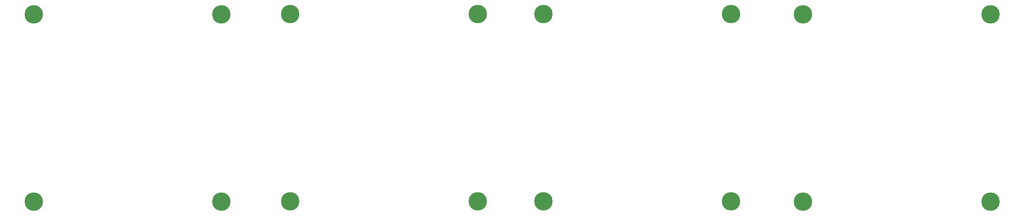
<source format=gbl>
G04 Layer: BottomLayer*
G04 EasyEDA v6.5.32, 2023-07-25 14:04:49*
G04 a0b758befd8440d7b96d881f184d22a9,5a6b42c53f6a479593ecc07194224c93,10*
G04 Gerber Generator version 0.2*
G04 Scale: 100 percent, Rotated: No, Reflected: No *
G04 Dimensions in millimeters *
G04 leading zeros omitted , absolute positions ,4 integer and 5 decimal *
%FSLAX45Y45*%
%MOMM*%

%ADD10C,5.0000*%

%LPD*%
D10*
G01*
X1016000Y15494000D03*
G01*
X6096000Y15494000D03*
G01*
X6096000Y20574000D03*
G01*
X1016000Y20574000D03*
G01*
X21844000Y15494000D03*
G01*
X26924000Y20574000D03*
G01*
X21844000Y20574000D03*
G01*
X13046608Y15499105D03*
G01*
X13046608Y20579105D03*
G01*
X7966608Y20579105D03*
G01*
X14824608Y15499105D03*
G01*
X19904608Y20579105D03*
G01*
X14824608Y20579105D03*
G01*
X7966608Y15499105D03*
G01*
X19904608Y15499105D03*
G01*
X26924000Y15494000D03*
M02*

</source>
